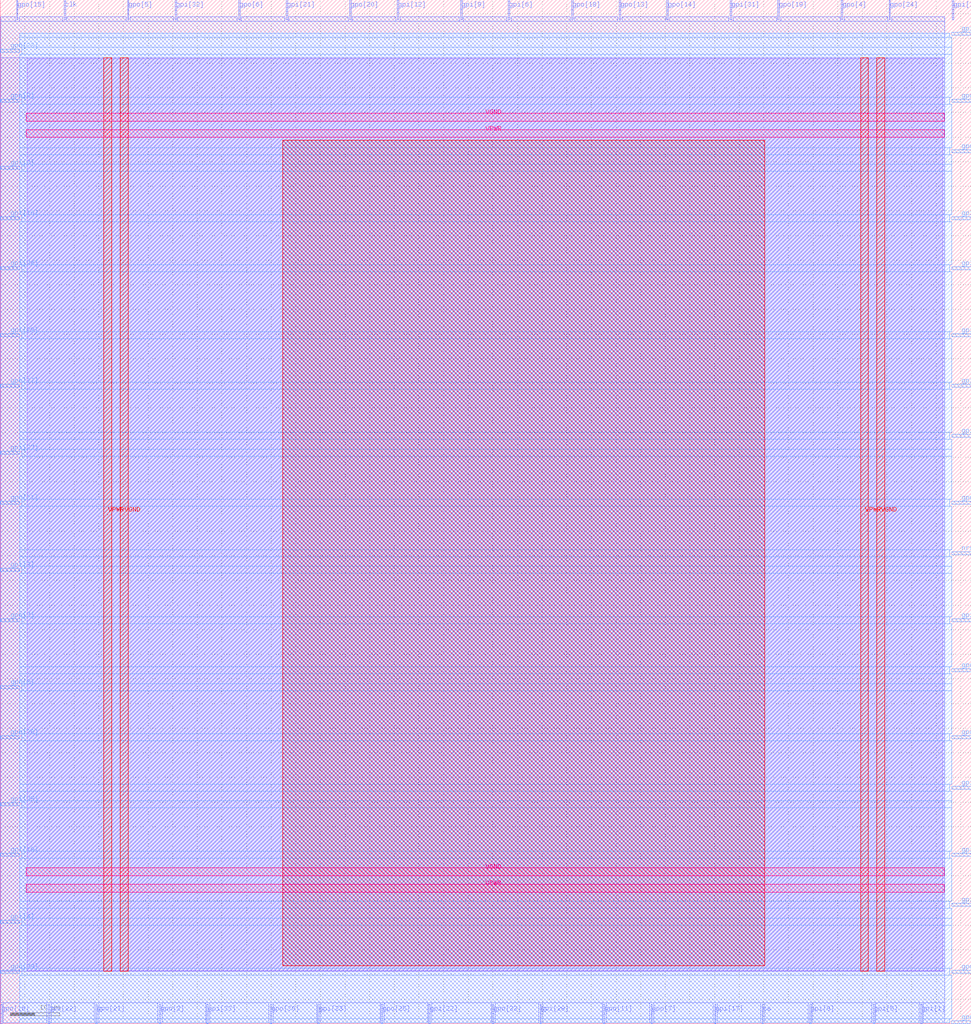
<source format=lef>
VERSION 5.7 ;
  NOWIREEXTENSIONATPIN ON ;
  DIVIDERCHAR "/" ;
  BUSBITCHARS "[]" ;
MACRO Eighty_Twos
  CLASS BLOCK ;
  FOREIGN Eighty_Twos ;
  ORIGIN 0.000 0.000 ;
  SIZE 197.105 BY 207.825 ;
  PIN VGND
    DIRECTION INOUT ;
    USE GROUND ;
    PORT
      LAYER met4 ;
        RECT 24.340 10.640 25.940 196.080 ;
    END
    PORT
      LAYER met4 ;
        RECT 177.940 10.640 179.540 196.080 ;
    END
    PORT
      LAYER met5 ;
        RECT 5.280 30.030 191.600 31.630 ;
    END
    PORT
      LAYER met5 ;
        RECT 5.280 183.210 191.600 184.810 ;
    END
  END VGND
  PIN VPWR
    DIRECTION INOUT ;
    USE POWER ;
    PORT
      LAYER met4 ;
        RECT 21.040 10.640 22.640 196.080 ;
    END
    PORT
      LAYER met4 ;
        RECT 174.640 10.640 176.240 196.080 ;
    END
    PORT
      LAYER met5 ;
        RECT 5.280 26.730 191.600 28.330 ;
    END
    PORT
      LAYER met5 ;
        RECT 5.280 179.910 191.600 181.510 ;
    END
  END VPWR
  PIN clk
    DIRECTION INPUT ;
    USE SIGNAL ;
    ANTENNAGATEAREA 0.852000 ;
    PORT
      LAYER met2 ;
        RECT 12.970 203.825 13.250 207.825 ;
    END
  END clk
  PIN cs
    DIRECTION INPUT ;
    USE SIGNAL ;
    ANTENNAGATEAREA 0.247500 ;
    PORT
      LAYER met2 ;
        RECT 154.650 0.000 154.930 4.000 ;
    END
  END cs
  PIN gpi[0]
    DIRECTION INPUT ;
    USE SIGNAL ;
    ANTENNAGATEAREA 0.213000 ;
    PORT
      LAYER met3 ;
        RECT 0.000 173.440 4.000 174.040 ;
    END
  END gpi[0]
  PIN gpi[10]
    DIRECTION INPUT ;
    USE SIGNAL ;
    PORT
      LAYER met3 ;
        RECT 0.000 163.240 4.000 163.840 ;
    END
  END gpi[10]
  PIN gpi[11]
    DIRECTION INPUT ;
    USE SIGNAL ;
    PORT
      LAYER met3 ;
        RECT 193.105 119.040 197.105 119.640 ;
    END
  END gpi[11]
  PIN gpi[12]
    DIRECTION INPUT ;
    USE SIGNAL ;
    PORT
      LAYER met2 ;
        RECT 80.590 203.825 80.870 207.825 ;
    END
  END gpi[12]
  PIN gpi[13]
    DIRECTION INPUT ;
    USE SIGNAL ;
    PORT
      LAYER met2 ;
        RECT 193.290 203.825 193.570 207.825 ;
    END
  END gpi[13]
  PIN gpi[14]
    DIRECTION INPUT ;
    USE SIGNAL ;
    PORT
      LAYER met3 ;
        RECT 193.105 139.440 197.105 140.040 ;
    END
  END gpi[14]
  PIN gpi[15]
    DIRECTION INPUT ;
    USE SIGNAL ;
    PORT
      LAYER met3 ;
        RECT 193.105 34.040 197.105 34.640 ;
    END
  END gpi[15]
  PIN gpi[16]
    DIRECTION INPUT ;
    USE SIGNAL ;
    PORT
      LAYER met3 ;
        RECT 193.105 129.240 197.105 129.840 ;
    END
  END gpi[16]
  PIN gpi[17]
    DIRECTION INPUT ;
    USE SIGNAL ;
    PORT
      LAYER met2 ;
        RECT 144.990 0.000 145.270 4.000 ;
    END
  END gpi[17]
  PIN gpi[18]
    DIRECTION INPUT ;
    USE SIGNAL ;
    PORT
      LAYER met3 ;
        RECT 193.105 47.640 197.105 48.240 ;
    END
  END gpi[18]
  PIN gpi[19]
    DIRECTION INPUT ;
    USE SIGNAL ;
    PORT
      LAYER met3 ;
        RECT 0.000 34.040 4.000 34.640 ;
    END
  END gpi[19]
  PIN gpi[1]
    DIRECTION INPUT ;
    USE SIGNAL ;
    ANTENNAGATEAREA 0.159000 ;
    PORT
      LAYER met2 ;
        RECT 186.850 0.000 187.130 4.000 ;
    END
  END gpi[1]
  PIN gpi[20]
    DIRECTION INPUT ;
    USE SIGNAL ;
    PORT
      LAYER met3 ;
        RECT 193.105 23.840 197.105 24.440 ;
    END
  END gpi[20]
  PIN gpi[21]
    DIRECTION INPUT ;
    USE SIGNAL ;
    PORT
      LAYER met2 ;
        RECT 58.050 203.825 58.330 207.825 ;
    END
  END gpi[21]
  PIN gpi[22]
    DIRECTION INPUT ;
    USE SIGNAL ;
    PORT
      LAYER met2 ;
        RECT 87.030 0.000 87.310 4.000 ;
    END
  END gpi[22]
  PIN gpi[23]
    DIRECTION INPUT ;
    USE SIGNAL ;
    ANTENNAGATEAREA 0.126000 ;
    PORT
      LAYER met2 ;
        RECT 64.490 0.000 64.770 4.000 ;
    END
  END gpi[23]
  PIN gpi[24]
    DIRECTION INPUT ;
    USE SIGNAL ;
    PORT
      LAYER met3 ;
        RECT 0.000 153.040 4.000 153.640 ;
    END
  END gpi[24]
  PIN gpi[25]
    DIRECTION INPUT ;
    USE SIGNAL ;
    PORT
      LAYER met3 ;
        RECT 0.000 44.240 4.000 44.840 ;
    END
  END gpi[25]
  PIN gpi[26]
    DIRECTION INPUT ;
    USE SIGNAL ;
    PORT
      LAYER met3 ;
        RECT 193.105 153.040 197.105 153.640 ;
    END
  END gpi[26]
  PIN gpi[27]
    DIRECTION INPUT ;
    USE SIGNAL ;
    PORT
      LAYER met3 ;
        RECT 0.000 115.640 4.000 116.240 ;
    END
  END gpi[27]
  PIN gpi[28]
    DIRECTION INPUT ;
    USE SIGNAL ;
    PORT
      LAYER met2 ;
        RECT 109.570 0.000 109.850 4.000 ;
    END
  END gpi[28]
  PIN gpi[29]
    DIRECTION INPUT ;
    USE SIGNAL ;
    PORT
      LAYER met3 ;
        RECT 0.000 139.440 4.000 140.040 ;
    END
  END gpi[29]
  PIN gpi[2]
    DIRECTION INPUT ;
    USE SIGNAL ;
    ANTENNAGATEAREA 0.159000 ;
    PORT
      LAYER met3 ;
        RECT 193.105 163.240 197.105 163.840 ;
    END
  END gpi[2]
  PIN gpi[30]
    DIRECTION INPUT ;
    USE SIGNAL ;
    PORT
      LAYER met3 ;
        RECT 193.105 81.640 197.105 82.240 ;
    END
  END gpi[30]
  PIN gpi[31]
    DIRECTION INPUT ;
    USE SIGNAL ;
    PORT
      LAYER met2 ;
        RECT 148.210 203.825 148.490 207.825 ;
    END
  END gpi[31]
  PIN gpi[32]
    DIRECTION INPUT ;
    USE SIGNAL ;
    PORT
      LAYER met2 ;
        RECT 35.510 203.825 35.790 207.825 ;
    END
  END gpi[32]
  PIN gpi[33]
    DIRECTION INPUT ;
    USE SIGNAL ;
    PORT
      LAYER met2 ;
        RECT 41.950 0.000 42.230 4.000 ;
    END
  END gpi[33]
  PIN gpi[3]
    DIRECTION INPUT ;
    USE SIGNAL ;
    ANTENNAGATEAREA 0.126000 ;
    PORT
      LAYER met3 ;
        RECT 0.000 91.840 4.000 92.440 ;
    END
  END gpi[3]
  PIN gpi[4]
    DIRECTION INPUT ;
    USE SIGNAL ;
    ANTENNAGATEAREA 0.213000 ;
    PORT
      LAYER met3 ;
        RECT 0.000 20.440 4.000 21.040 ;
    END
  END gpi[4]
  PIN gpi[5]
    DIRECTION INPUT ;
    USE SIGNAL ;
    ANTENNAGATEAREA 0.159000 ;
    PORT
      LAYER met2 ;
        RECT 177.190 0.000 177.470 4.000 ;
    END
  END gpi[5]
  PIN gpi[6]
    DIRECTION INPUT ;
    USE SIGNAL ;
    ANTENNAGATEAREA 0.213000 ;
    PORT
      LAYER met2 ;
        RECT 103.130 203.825 103.410 207.825 ;
    END
  END gpi[6]
  PIN gpi[7]
    DIRECTION INPUT ;
    USE SIGNAL ;
    ANTENNAGATEAREA 0.213000 ;
    PORT
      LAYER met3 ;
        RECT 193.105 200.640 197.105 201.240 ;
    END
  END gpi[7]
  PIN gpi[8]
    DIRECTION INPUT ;
    USE SIGNAL ;
    PORT
      LAYER met2 ;
        RECT 164.310 0.000 164.590 4.000 ;
    END
  END gpi[8]
  PIN gpi[9]
    DIRECTION INPUT ;
    USE SIGNAL ;
    PORT
      LAYER met2 ;
        RECT 93.470 203.825 93.750 207.825 ;
    END
  END gpi[9]
  PIN gpo[0]
    DIRECTION OUTPUT TRISTATE ;
    USE SIGNAL ;
    ANTENNADIFFAREA 0.795200 ;
    PORT
      LAYER met3 ;
        RECT 193.105 10.240 197.105 10.840 ;
    END
  END gpo[0]
  PIN gpo[10]
    DIRECTION OUTPUT TRISTATE ;
    USE SIGNAL ;
    ANTENNADIFFAREA 0.445500 ;
    PORT
      LAYER met3 ;
        RECT 193.105 57.840 197.105 58.440 ;
    END
  END gpo[10]
  PIN gpo[11]
    DIRECTION OUTPUT TRISTATE ;
    USE SIGNAL ;
    ANTENNADIFFAREA 0.795200 ;
    PORT
      LAYER met2 ;
        RECT 122.450 0.000 122.730 4.000 ;
    END
  END gpo[11]
  PIN gpo[12]
    DIRECTION OUTPUT TRISTATE ;
    USE SIGNAL ;
    ANTENNADIFFAREA 0.445500 ;
    PORT
      LAYER met3 ;
        RECT 193.105 71.440 197.105 72.040 ;
    END
  END gpo[12]
  PIN gpo[13]
    DIRECTION OUTPUT TRISTATE ;
    USE SIGNAL ;
    ANTENNADIFFAREA 0.445500 ;
    PORT
      LAYER met2 ;
        RECT 125.670 203.825 125.950 207.825 ;
    END
  END gpo[13]
  PIN gpo[14]
    DIRECTION OUTPUT TRISTATE ;
    USE SIGNAL ;
    ANTENNADIFFAREA 0.795200 ;
    PORT
      LAYER met2 ;
        RECT 135.330 203.825 135.610 207.825 ;
    END
  END gpo[14]
  PIN gpo[15]
    DIRECTION OUTPUT TRISTATE ;
    USE SIGNAL ;
    ANTENNADIFFAREA 0.795200 ;
    PORT
      LAYER met2 ;
        RECT 3.310 203.825 3.590 207.825 ;
    END
  END gpo[15]
  PIN gpo[16]
    DIRECTION OUTPUT TRISTATE ;
    USE SIGNAL ;
    ANTENNADIFFAREA 0.795200 ;
    PORT
      LAYER met2 ;
        RECT 0.090 0.000 0.370 4.000 ;
    END
  END gpo[16]
  PIN gpo[17]
    DIRECTION OUTPUT TRISTATE ;
    USE SIGNAL ;
    ANTENNADIFFAREA 0.795200 ;
    PORT
      LAYER met3 ;
        RECT 0.000 129.240 4.000 129.840 ;
    END
  END gpo[17]
  PIN gpo[18]
    DIRECTION OUTPUT TRISTATE ;
    USE SIGNAL ;
    ANTENNADIFFAREA 0.795200 ;
    PORT
      LAYER met2 ;
        RECT 116.010 203.825 116.290 207.825 ;
    END
  END gpo[18]
  PIN gpo[19]
    DIRECTION OUTPUT TRISTATE ;
    USE SIGNAL ;
    ANTENNADIFFAREA 0.795200 ;
    PORT
      LAYER met2 ;
        RECT 157.870 203.825 158.150 207.825 ;
    END
  END gpo[19]
  PIN gpo[1]
    DIRECTION OUTPUT TRISTATE ;
    USE SIGNAL ;
    ANTENNADIFFAREA 0.445500 ;
    PORT
      LAYER met3 ;
        RECT 193.105 187.040 197.105 187.640 ;
    END
  END gpo[1]
  PIN gpo[20]
    DIRECTION OUTPUT TRISTATE ;
    USE SIGNAL ;
    ANTENNADIFFAREA 0.445500 ;
    PORT
      LAYER met2 ;
        RECT 70.930 203.825 71.210 207.825 ;
    END
  END gpo[20]
  PIN gpo[21]
    DIRECTION OUTPUT TRISTATE ;
    USE SIGNAL ;
    ANTENNADIFFAREA 0.795200 ;
    PORT
      LAYER met2 ;
        RECT 19.410 0.000 19.690 4.000 ;
    END
  END gpo[21]
  PIN gpo[22]
    DIRECTION OUTPUT TRISTATE ;
    USE SIGNAL ;
    ANTENNADIFFAREA 0.795200 ;
    PORT
      LAYER met2 ;
        RECT 9.750 0.000 10.030 4.000 ;
    END
  END gpo[22]
  PIN gpo[23]
    DIRECTION OUTPUT TRISTATE ;
    USE SIGNAL ;
    ANTENNADIFFAREA 0.795200 ;
    PORT
      LAYER met3 ;
        RECT 0.000 197.240 4.000 197.840 ;
    END
  END gpo[23]
  PIN gpo[24]
    DIRECTION OUTPUT TRISTATE ;
    USE SIGNAL ;
    ANTENNADIFFAREA 0.445500 ;
    PORT
      LAYER met2 ;
        RECT 180.410 203.825 180.690 207.825 ;
    END
  END gpo[24]
  PIN gpo[25]
    DIRECTION OUTPUT TRISTATE ;
    USE SIGNAL ;
    ANTENNADIFFAREA 0.795200 ;
    PORT
      LAYER met2 ;
        RECT 77.370 0.000 77.650 4.000 ;
    END
  END gpo[25]
  PIN gpo[26]
    DIRECTION OUTPUT TRISTATE ;
    USE SIGNAL ;
    ANTENNADIFFAREA 0.445500 ;
    PORT
      LAYER met3 ;
        RECT 193.105 176.840 197.105 177.440 ;
    END
  END gpo[26]
  PIN gpo[27]
    DIRECTION OUTPUT TRISTATE ;
    USE SIGNAL ;
    ANTENNADIFFAREA 0.795200 ;
    PORT
      LAYER met3 ;
        RECT 193.105 0.040 197.105 0.640 ;
    END
  END gpo[27]
  PIN gpo[28]
    DIRECTION OUTPUT TRISTATE ;
    USE SIGNAL ;
    ANTENNADIFFAREA 0.795200 ;
    PORT
      LAYER met3 ;
        RECT 0.000 57.840 4.000 58.440 ;
    END
  END gpo[28]
  PIN gpo[29]
    DIRECTION OUTPUT TRISTATE ;
    USE SIGNAL ;
    ANTENNADIFFAREA 0.795200 ;
    PORT
      LAYER met3 ;
        RECT 0.000 10.240 4.000 10.840 ;
    END
  END gpo[29]
  PIN gpo[2]
    DIRECTION OUTPUT TRISTATE ;
    USE SIGNAL ;
    ANTENNADIFFAREA 0.795200 ;
    PORT
      LAYER met2 ;
        RECT 32.290 0.000 32.570 4.000 ;
    END
  END gpo[2]
  PIN gpo[30]
    DIRECTION OUTPUT TRISTATE ;
    USE SIGNAL ;
    ANTENNADIFFAREA 0.795200 ;
    PORT
      LAYER met2 ;
        RECT 54.830 0.000 55.110 4.000 ;
    END
  END gpo[30]
  PIN gpo[31]
    DIRECTION OUTPUT TRISTATE ;
    USE SIGNAL ;
    ANTENNADIFFAREA 0.795200 ;
    PORT
      LAYER met3 ;
        RECT 0.000 105.440 4.000 106.040 ;
    END
  END gpo[31]
  PIN gpo[32]
    DIRECTION OUTPUT TRISTATE ;
    USE SIGNAL ;
    ANTENNADIFFAREA 0.445500 ;
    PORT
      LAYER met3 ;
        RECT 193.105 105.440 197.105 106.040 ;
    END
  END gpo[32]
  PIN gpo[33]
    DIRECTION OUTPUT TRISTATE ;
    USE SIGNAL ;
    ANTENNADIFFAREA 0.795200 ;
    PORT
      LAYER met2 ;
        RECT 99.910 0.000 100.190 4.000 ;
    END
  END gpo[33]
  PIN gpo[3]
    DIRECTION OUTPUT TRISTATE ;
    USE SIGNAL ;
    ANTENNADIFFAREA 0.795200 ;
    PORT
      LAYER met3 ;
        RECT 0.000 81.640 4.000 82.240 ;
    END
  END gpo[3]
  PIN gpo[4]
    DIRECTION OUTPUT TRISTATE ;
    USE SIGNAL ;
    ANTENNADIFFAREA 0.795200 ;
    PORT
      LAYER met2 ;
        RECT 170.750 203.825 171.030 207.825 ;
    END
  END gpo[4]
  PIN gpo[5]
    DIRECTION OUTPUT TRISTATE ;
    USE SIGNAL ;
    ANTENNADIFFAREA 0.795200 ;
    PORT
      LAYER met2 ;
        RECT 25.850 203.825 26.130 207.825 ;
    END
  END gpo[5]
  PIN gpo[6]
    DIRECTION OUTPUT TRISTATE ;
    USE SIGNAL ;
    ANTENNADIFFAREA 0.795200 ;
    PORT
      LAYER met2 ;
        RECT 48.390 203.825 48.670 207.825 ;
    END
  END gpo[6]
  PIN gpo[7]
    DIRECTION OUTPUT TRISTATE ;
    USE SIGNAL ;
    ANTENNADIFFAREA 0.795200 ;
    PORT
      LAYER met2 ;
        RECT 132.110 0.000 132.390 4.000 ;
    END
  END gpo[7]
  PIN gpo[8]
    DIRECTION OUTPUT TRISTATE ;
    USE SIGNAL ;
    ANTENNADIFFAREA 0.795200 ;
    PORT
      LAYER met3 ;
        RECT 0.000 68.040 4.000 68.640 ;
    END
  END gpo[8]
  PIN gpo[9]
    DIRECTION OUTPUT TRISTATE ;
    USE SIGNAL ;
    ANTENNADIFFAREA 0.795200 ;
    PORT
      LAYER met3 ;
        RECT 0.000 187.040 4.000 187.640 ;
    END
  END gpo[9]
  PIN nrst
    DIRECTION INPUT ;
    USE SIGNAL ;
    ANTENNAGATEAREA 0.196500 ;
    PORT
      LAYER met3 ;
        RECT 193.105 95.240 197.105 95.840 ;
    END
  END nrst
  OBS
      LAYER li1 ;
        RECT 5.520 10.795 191.360 195.925 ;
      LAYER met1 ;
        RECT 0.070 10.640 191.750 196.080 ;
      LAYER met2 ;
        RECT 0.100 203.545 3.030 204.410 ;
        RECT 3.870 203.545 12.690 204.410 ;
        RECT 13.530 203.545 25.570 204.410 ;
        RECT 26.410 203.545 35.230 204.410 ;
        RECT 36.070 203.545 48.110 204.410 ;
        RECT 48.950 203.545 57.770 204.410 ;
        RECT 58.610 203.545 70.650 204.410 ;
        RECT 71.490 203.545 80.310 204.410 ;
        RECT 81.150 203.545 93.190 204.410 ;
        RECT 94.030 203.545 102.850 204.410 ;
        RECT 103.690 203.545 115.730 204.410 ;
        RECT 116.570 203.545 125.390 204.410 ;
        RECT 126.230 203.545 135.050 204.410 ;
        RECT 135.890 203.545 147.930 204.410 ;
        RECT 148.770 203.545 157.590 204.410 ;
        RECT 158.430 203.545 170.470 204.410 ;
        RECT 171.310 203.545 180.130 204.410 ;
        RECT 180.970 203.545 191.730 204.410 ;
        RECT 0.100 4.280 191.730 203.545 ;
        RECT 0.650 0.155 9.470 4.280 ;
        RECT 10.310 0.155 19.130 4.280 ;
        RECT 19.970 0.155 32.010 4.280 ;
        RECT 32.850 0.155 41.670 4.280 ;
        RECT 42.510 0.155 54.550 4.280 ;
        RECT 55.390 0.155 64.210 4.280 ;
        RECT 65.050 0.155 77.090 4.280 ;
        RECT 77.930 0.155 86.750 4.280 ;
        RECT 87.590 0.155 99.630 4.280 ;
        RECT 100.470 0.155 109.290 4.280 ;
        RECT 110.130 0.155 122.170 4.280 ;
        RECT 123.010 0.155 131.830 4.280 ;
        RECT 132.670 0.155 144.710 4.280 ;
        RECT 145.550 0.155 154.370 4.280 ;
        RECT 155.210 0.155 164.030 4.280 ;
        RECT 164.870 0.155 176.910 4.280 ;
        RECT 177.750 0.155 186.570 4.280 ;
        RECT 187.410 0.155 191.730 4.280 ;
      LAYER met3 ;
        RECT 4.000 200.240 192.705 201.105 ;
        RECT 4.000 198.240 193.105 200.240 ;
        RECT 4.400 196.840 193.105 198.240 ;
        RECT 4.000 188.040 193.105 196.840 ;
        RECT 4.400 186.640 192.705 188.040 ;
        RECT 4.000 177.840 193.105 186.640 ;
        RECT 4.000 176.440 192.705 177.840 ;
        RECT 4.000 174.440 193.105 176.440 ;
        RECT 4.400 173.040 193.105 174.440 ;
        RECT 4.000 164.240 193.105 173.040 ;
        RECT 4.400 162.840 192.705 164.240 ;
        RECT 4.000 154.040 193.105 162.840 ;
        RECT 4.400 152.640 192.705 154.040 ;
        RECT 4.000 140.440 193.105 152.640 ;
        RECT 4.400 139.040 192.705 140.440 ;
        RECT 4.000 130.240 193.105 139.040 ;
        RECT 4.400 128.840 192.705 130.240 ;
        RECT 4.000 120.040 193.105 128.840 ;
        RECT 4.000 118.640 192.705 120.040 ;
        RECT 4.000 116.640 193.105 118.640 ;
        RECT 4.400 115.240 193.105 116.640 ;
        RECT 4.000 106.440 193.105 115.240 ;
        RECT 4.400 105.040 192.705 106.440 ;
        RECT 4.000 96.240 193.105 105.040 ;
        RECT 4.000 94.840 192.705 96.240 ;
        RECT 4.000 92.840 193.105 94.840 ;
        RECT 4.400 91.440 193.105 92.840 ;
        RECT 4.000 82.640 193.105 91.440 ;
        RECT 4.400 81.240 192.705 82.640 ;
        RECT 4.000 72.440 193.105 81.240 ;
        RECT 4.000 71.040 192.705 72.440 ;
        RECT 4.000 69.040 193.105 71.040 ;
        RECT 4.400 67.640 193.105 69.040 ;
        RECT 4.000 58.840 193.105 67.640 ;
        RECT 4.400 57.440 192.705 58.840 ;
        RECT 4.000 48.640 193.105 57.440 ;
        RECT 4.000 47.240 192.705 48.640 ;
        RECT 4.000 45.240 193.105 47.240 ;
        RECT 4.400 43.840 193.105 45.240 ;
        RECT 4.000 35.040 193.105 43.840 ;
        RECT 4.400 33.640 192.705 35.040 ;
        RECT 4.000 24.840 193.105 33.640 ;
        RECT 4.000 23.440 192.705 24.840 ;
        RECT 4.000 21.440 193.105 23.440 ;
        RECT 4.400 20.040 193.105 21.440 ;
        RECT 4.000 11.240 193.105 20.040 ;
        RECT 4.400 9.840 192.705 11.240 ;
        RECT 4.000 1.040 193.105 9.840 ;
        RECT 4.000 0.175 192.705 1.040 ;
      LAYER met4 ;
        RECT 57.335 11.735 155.185 179.345 ;
  END
END Eighty_Twos
END LIBRARY


</source>
